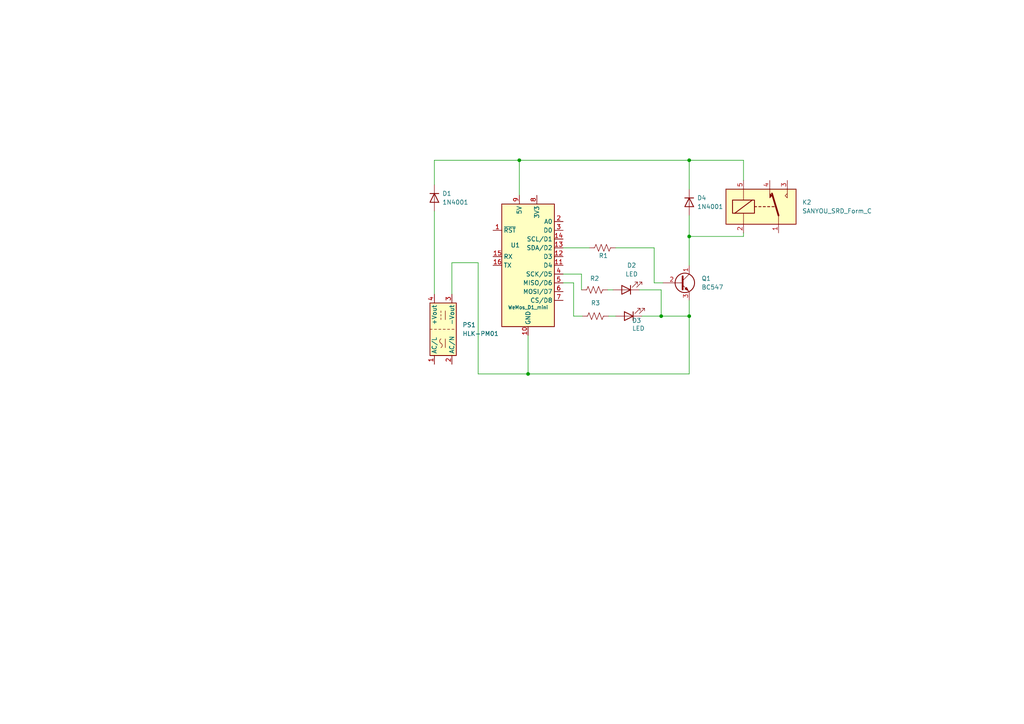
<source format=kicad_sch>
(kicad_sch
	(version 20231120)
	(generator "eeschema")
	(generator_version "8.0")
	(uuid "a0d6dc68-0fb3-4e2b-b746-7f1bfa9ab780")
	(paper "A4")
	(lib_symbols
		(symbol "Converter_ACDC:HLK-PM01"
			(exclude_from_sim no)
			(in_bom yes)
			(on_board yes)
			(property "Reference" "PS"
				(at 0 5.08 0)
				(effects
					(font
						(size 1.27 1.27)
					)
				)
			)
			(property "Value" "HLK-PM01"
				(at 0 -5.08 0)
				(effects
					(font
						(size 1.27 1.27)
					)
				)
			)
			(property "Footprint" "Converter_ACDC:Converter_ACDC_Hi-Link_HLK-PMxx"
				(at 0 -7.62 0)
				(effects
					(font
						(size 1.27 1.27)
					)
					(hide yes)
				)
			)
			(property "Datasheet" "https://h.hlktech.com/download/ACDC%E7%94%B5%E6%BA%90%E6%A8%A1%E5%9D%973W%E7%B3%BB%E5%88%97/1/%E6%B5%B7%E5%87%8C%E7%A7%913W%E7%B3%BB%E5%88%97%E7%94%B5%E6%BA%90%E6%A8%A1%E5%9D%97%E8%A7%84%E6%A0%BC%E4%B9%A6V2.8.pdf"
				(at 10.16 -8.89 0)
				(effects
					(font
						(size 1.27 1.27)
					)
					(hide yes)
				)
			)
			(property "Description" "Compact AC/DC board mount power module 3W 5V"
				(at 0 0 0)
				(effects
					(font
						(size 1.27 1.27)
					)
					(hide yes)
				)
			)
			(property "ki_keywords" "AC/DC module power supply"
				(at 0 0 0)
				(effects
					(font
						(size 1.27 1.27)
					)
					(hide yes)
				)
			)
			(property "ki_fp_filters" "Converter*ACDC*Hi?Link*HLK?PM*"
				(at 0 0 0)
				(effects
					(font
						(size 1.27 1.27)
					)
					(hide yes)
				)
			)
			(symbol "HLK-PM01_0_1"
				(rectangle
					(start -7.62 3.81)
					(end 7.62 -3.81)
					(stroke
						(width 0.254)
						(type default)
					)
					(fill
						(type background)
					)
				)
				(arc
					(start -5.334 0.635)
					(mid -4.699 0.2495)
					(end -4.064 0.635)
					(stroke
						(width 0)
						(type default)
					)
					(fill
						(type none)
					)
				)
				(arc
					(start -2.794 0.635)
					(mid -3.429 1.0072)
					(end -4.064 0.635)
					(stroke
						(width 0)
						(type default)
					)
					(fill
						(type none)
					)
				)
				(polyline
					(pts
						(xy -5.334 -0.635) (xy -2.794 -0.635)
					)
					(stroke
						(width 0)
						(type default)
					)
					(fill
						(type none)
					)
				)
				(polyline
					(pts
						(xy 0 -2.54) (xy 0 -3.175)
					)
					(stroke
						(width 0)
						(type default)
					)
					(fill
						(type none)
					)
				)
				(polyline
					(pts
						(xy 0 -1.27) (xy 0 -1.905)
					)
					(stroke
						(width 0)
						(type default)
					)
					(fill
						(type none)
					)
				)
				(polyline
					(pts
						(xy 0 0) (xy 0 -0.635)
					)
					(stroke
						(width 0)
						(type default)
					)
					(fill
						(type none)
					)
				)
				(polyline
					(pts
						(xy 0 1.27) (xy 0 0.635)
					)
					(stroke
						(width 0)
						(type default)
					)
					(fill
						(type none)
					)
				)
				(polyline
					(pts
						(xy 0 2.54) (xy 0 1.905)
					)
					(stroke
						(width 0)
						(type default)
					)
					(fill
						(type none)
					)
				)
				(polyline
					(pts
						(xy 0 3.81) (xy 0 3.175)
					)
					(stroke
						(width 0)
						(type default)
					)
					(fill
						(type none)
					)
				)
				(polyline
					(pts
						(xy 2.794 -0.635) (xy 5.334 -0.635)
					)
					(stroke
						(width 0)
						(type default)
					)
					(fill
						(type none)
					)
				)
				(polyline
					(pts
						(xy 2.794 0.635) (xy 3.302 0.635)
					)
					(stroke
						(width 0)
						(type default)
					)
					(fill
						(type none)
					)
				)
				(polyline
					(pts
						(xy 3.81 0.635) (xy 4.318 0.635)
					)
					(stroke
						(width 0)
						(type default)
					)
					(fill
						(type none)
					)
				)
				(polyline
					(pts
						(xy 4.826 0.635) (xy 5.334 0.635)
					)
					(stroke
						(width 0)
						(type default)
					)
					(fill
						(type none)
					)
				)
			)
			(symbol "HLK-PM01_1_1"
				(pin power_in line
					(at -10.16 2.54 0)
					(length 2.54)
					(name "AC/L"
						(effects
							(font
								(size 1.27 1.27)
							)
						)
					)
					(number "1"
						(effects
							(font
								(size 1.27 1.27)
							)
						)
					)
				)
				(pin power_in line
					(at -10.16 -2.54 0)
					(length 2.54)
					(name "AC/N"
						(effects
							(font
								(size 1.27 1.27)
							)
						)
					)
					(number "2"
						(effects
							(font
								(size 1.27 1.27)
							)
						)
					)
				)
				(pin power_out line
					(at 10.16 -2.54 180)
					(length 2.54)
					(name "-Vout"
						(effects
							(font
								(size 1.27 1.27)
							)
						)
					)
					(number "3"
						(effects
							(font
								(size 1.27 1.27)
							)
						)
					)
				)
				(pin power_out line
					(at 10.16 2.54 180)
					(length 2.54)
					(name "+Vout"
						(effects
							(font
								(size 1.27 1.27)
							)
						)
					)
					(number "4"
						(effects
							(font
								(size 1.27 1.27)
							)
						)
					)
				)
			)
		)
		(symbol "Device:LED"
			(pin_numbers hide)
			(pin_names
				(offset 1.016) hide)
			(exclude_from_sim no)
			(in_bom yes)
			(on_board yes)
			(property "Reference" "D"
				(at 0 2.54 0)
				(effects
					(font
						(size 1.27 1.27)
					)
				)
			)
			(property "Value" "LED"
				(at 0 -2.54 0)
				(effects
					(font
						(size 1.27 1.27)
					)
				)
			)
			(property "Footprint" ""
				(at 0 0 0)
				(effects
					(font
						(size 1.27 1.27)
					)
					(hide yes)
				)
			)
			(property "Datasheet" "~"
				(at 0 0 0)
				(effects
					(font
						(size 1.27 1.27)
					)
					(hide yes)
				)
			)
			(property "Description" "Light emitting diode"
				(at 0 0 0)
				(effects
					(font
						(size 1.27 1.27)
					)
					(hide yes)
				)
			)
			(property "ki_keywords" "LED diode"
				(at 0 0 0)
				(effects
					(font
						(size 1.27 1.27)
					)
					(hide yes)
				)
			)
			(property "ki_fp_filters" "LED* LED_SMD:* LED_THT:*"
				(at 0 0 0)
				(effects
					(font
						(size 1.27 1.27)
					)
					(hide yes)
				)
			)
			(symbol "LED_0_1"
				(polyline
					(pts
						(xy -1.27 -1.27) (xy -1.27 1.27)
					)
					(stroke
						(width 0.254)
						(type default)
					)
					(fill
						(type none)
					)
				)
				(polyline
					(pts
						(xy -1.27 0) (xy 1.27 0)
					)
					(stroke
						(width 0)
						(type default)
					)
					(fill
						(type none)
					)
				)
				(polyline
					(pts
						(xy 1.27 -1.27) (xy 1.27 1.27) (xy -1.27 0) (xy 1.27 -1.27)
					)
					(stroke
						(width 0.254)
						(type default)
					)
					(fill
						(type none)
					)
				)
				(polyline
					(pts
						(xy -3.048 -0.762) (xy -4.572 -2.286) (xy -3.81 -2.286) (xy -4.572 -2.286) (xy -4.572 -1.524)
					)
					(stroke
						(width 0)
						(type default)
					)
					(fill
						(type none)
					)
				)
				(polyline
					(pts
						(xy -1.778 -0.762) (xy -3.302 -2.286) (xy -2.54 -2.286) (xy -3.302 -2.286) (xy -3.302 -1.524)
					)
					(stroke
						(width 0)
						(type default)
					)
					(fill
						(type none)
					)
				)
			)
			(symbol "LED_1_1"
				(pin passive line
					(at -3.81 0 0)
					(length 2.54)
					(name "K"
						(effects
							(font
								(size 1.27 1.27)
							)
						)
					)
					(number "1"
						(effects
							(font
								(size 1.27 1.27)
							)
						)
					)
				)
				(pin passive line
					(at 3.81 0 180)
					(length 2.54)
					(name "A"
						(effects
							(font
								(size 1.27 1.27)
							)
						)
					)
					(number "2"
						(effects
							(font
								(size 1.27 1.27)
							)
						)
					)
				)
			)
		)
		(symbol "Device:R_US"
			(pin_numbers hide)
			(pin_names
				(offset 0)
			)
			(exclude_from_sim no)
			(in_bom yes)
			(on_board yes)
			(property "Reference" "R"
				(at 2.54 0 90)
				(effects
					(font
						(size 1.27 1.27)
					)
				)
			)
			(property "Value" "R_US"
				(at -2.54 0 90)
				(effects
					(font
						(size 1.27 1.27)
					)
				)
			)
			(property "Footprint" ""
				(at 1.016 -0.254 90)
				(effects
					(font
						(size 1.27 1.27)
					)
					(hide yes)
				)
			)
			(property "Datasheet" "~"
				(at 0 0 0)
				(effects
					(font
						(size 1.27 1.27)
					)
					(hide yes)
				)
			)
			(property "Description" "Resistor, US symbol"
				(at 0 0 0)
				(effects
					(font
						(size 1.27 1.27)
					)
					(hide yes)
				)
			)
			(property "ki_keywords" "R res resistor"
				(at 0 0 0)
				(effects
					(font
						(size 1.27 1.27)
					)
					(hide yes)
				)
			)
			(property "ki_fp_filters" "R_*"
				(at 0 0 0)
				(effects
					(font
						(size 1.27 1.27)
					)
					(hide yes)
				)
			)
			(symbol "R_US_0_1"
				(polyline
					(pts
						(xy 0 -2.286) (xy 0 -2.54)
					)
					(stroke
						(width 0)
						(type default)
					)
					(fill
						(type none)
					)
				)
				(polyline
					(pts
						(xy 0 2.286) (xy 0 2.54)
					)
					(stroke
						(width 0)
						(type default)
					)
					(fill
						(type none)
					)
				)
				(polyline
					(pts
						(xy 0 -0.762) (xy 1.016 -1.143) (xy 0 -1.524) (xy -1.016 -1.905) (xy 0 -2.286)
					)
					(stroke
						(width 0)
						(type default)
					)
					(fill
						(type none)
					)
				)
				(polyline
					(pts
						(xy 0 0.762) (xy 1.016 0.381) (xy 0 0) (xy -1.016 -0.381) (xy 0 -0.762)
					)
					(stroke
						(width 0)
						(type default)
					)
					(fill
						(type none)
					)
				)
				(polyline
					(pts
						(xy 0 2.286) (xy 1.016 1.905) (xy 0 1.524) (xy -1.016 1.143) (xy 0 0.762)
					)
					(stroke
						(width 0)
						(type default)
					)
					(fill
						(type none)
					)
				)
			)
			(symbol "R_US_1_1"
				(pin passive line
					(at 0 3.81 270)
					(length 1.27)
					(name "~"
						(effects
							(font
								(size 1.27 1.27)
							)
						)
					)
					(number "1"
						(effects
							(font
								(size 1.27 1.27)
							)
						)
					)
				)
				(pin passive line
					(at 0 -3.81 90)
					(length 1.27)
					(name "~"
						(effects
							(font
								(size 1.27 1.27)
							)
						)
					)
					(number "2"
						(effects
							(font
								(size 1.27 1.27)
							)
						)
					)
				)
			)
		)
		(symbol "Diode:1N4001"
			(pin_numbers hide)
			(pin_names hide)
			(exclude_from_sim no)
			(in_bom yes)
			(on_board yes)
			(property "Reference" "D"
				(at 0 2.54 0)
				(effects
					(font
						(size 1.27 1.27)
					)
				)
			)
			(property "Value" "1N4001"
				(at 0 -2.54 0)
				(effects
					(font
						(size 1.27 1.27)
					)
				)
			)
			(property "Footprint" "Diode_THT:D_DO-41_SOD81_P10.16mm_Horizontal"
				(at 0 0 0)
				(effects
					(font
						(size 1.27 1.27)
					)
					(hide yes)
				)
			)
			(property "Datasheet" "http://www.vishay.com/docs/88503/1n4001.pdf"
				(at 0 0 0)
				(effects
					(font
						(size 1.27 1.27)
					)
					(hide yes)
				)
			)
			(property "Description" "50V 1A General Purpose Rectifier Diode, DO-41"
				(at 0 0 0)
				(effects
					(font
						(size 1.27 1.27)
					)
					(hide yes)
				)
			)
			(property "Sim.Device" "D"
				(at 0 0 0)
				(effects
					(font
						(size 1.27 1.27)
					)
					(hide yes)
				)
			)
			(property "Sim.Pins" "1=K 2=A"
				(at 0 0 0)
				(effects
					(font
						(size 1.27 1.27)
					)
					(hide yes)
				)
			)
			(property "ki_keywords" "diode"
				(at 0 0 0)
				(effects
					(font
						(size 1.27 1.27)
					)
					(hide yes)
				)
			)
			(property "ki_fp_filters" "D*DO?41*"
				(at 0 0 0)
				(effects
					(font
						(size 1.27 1.27)
					)
					(hide yes)
				)
			)
			(symbol "1N4001_0_1"
				(polyline
					(pts
						(xy -1.27 1.27) (xy -1.27 -1.27)
					)
					(stroke
						(width 0.254)
						(type default)
					)
					(fill
						(type none)
					)
				)
				(polyline
					(pts
						(xy 1.27 0) (xy -1.27 0)
					)
					(stroke
						(width 0)
						(type default)
					)
					(fill
						(type none)
					)
				)
				(polyline
					(pts
						(xy 1.27 1.27) (xy 1.27 -1.27) (xy -1.27 0) (xy 1.27 1.27)
					)
					(stroke
						(width 0.254)
						(type default)
					)
					(fill
						(type none)
					)
				)
			)
			(symbol "1N4001_1_1"
				(pin passive line
					(at -3.81 0 0)
					(length 2.54)
					(name "K"
						(effects
							(font
								(size 1.27 1.27)
							)
						)
					)
					(number "1"
						(effects
							(font
								(size 1.27 1.27)
							)
						)
					)
				)
				(pin passive line
					(at 3.81 0 180)
					(length 2.54)
					(name "A"
						(effects
							(font
								(size 1.27 1.27)
							)
						)
					)
					(number "2"
						(effects
							(font
								(size 1.27 1.27)
							)
						)
					)
				)
			)
		)
		(symbol "MCU_Module:WeMos_D1_mini"
			(exclude_from_sim no)
			(in_bom yes)
			(on_board yes)
			(property "Reference" "U"
				(at 3.81 19.05 0)
				(effects
					(font
						(size 1.27 1.27)
					)
					(justify left)
				)
			)
			(property "Value" "WeMos_D1_mini"
				(at 1.27 -19.05 0)
				(effects
					(font
						(size 1.27 1.27)
					)
					(justify left)
				)
			)
			(property "Footprint" "Module:WEMOS_D1_mini_light"
				(at 0 -29.21 0)
				(effects
					(font
						(size 1.27 1.27)
					)
					(hide yes)
				)
			)
			(property "Datasheet" "https://wiki.wemos.cc/products:d1:d1_mini#documentation"
				(at -46.99 -29.21 0)
				(effects
					(font
						(size 1.27 1.27)
					)
					(hide yes)
				)
			)
			(property "Description" "32-bit microcontroller module with WiFi"
				(at 0 0 0)
				(effects
					(font
						(size 1.27 1.27)
					)
					(hide yes)
				)
			)
			(property "ki_keywords" "ESP8266 WiFi microcontroller ESP8266EX"
				(at 0 0 0)
				(effects
					(font
						(size 1.27 1.27)
					)
					(hide yes)
				)
			)
			(property "ki_fp_filters" "WEMOS*D1*mini*"
				(at 0 0 0)
				(effects
					(font
						(size 1.27 1.27)
					)
					(hide yes)
				)
			)
			(symbol "WeMos_D1_mini_1_1"
				(rectangle
					(start -7.62 17.78)
					(end 7.62 -17.78)
					(stroke
						(width 0.254)
						(type default)
					)
					(fill
						(type background)
					)
				)
				(pin input line
					(at -10.16 10.16 0)
					(length 2.54)
					(name "~{RST}"
						(effects
							(font
								(size 1.27 1.27)
							)
						)
					)
					(number "1"
						(effects
							(font
								(size 1.27 1.27)
							)
						)
					)
				)
				(pin power_in line
					(at 0 -20.32 90)
					(length 2.54)
					(name "GND"
						(effects
							(font
								(size 1.27 1.27)
							)
						)
					)
					(number "10"
						(effects
							(font
								(size 1.27 1.27)
							)
						)
					)
				)
				(pin bidirectional line
					(at 10.16 0 180)
					(length 2.54)
					(name "D4"
						(effects
							(font
								(size 1.27 1.27)
							)
						)
					)
					(number "11"
						(effects
							(font
								(size 1.27 1.27)
							)
						)
					)
				)
				(pin bidirectional line
					(at 10.16 2.54 180)
					(length 2.54)
					(name "D3"
						(effects
							(font
								(size 1.27 1.27)
							)
						)
					)
					(number "12"
						(effects
							(font
								(size 1.27 1.27)
							)
						)
					)
				)
				(pin bidirectional line
					(at 10.16 5.08 180)
					(length 2.54)
					(name "SDA/D2"
						(effects
							(font
								(size 1.27 1.27)
							)
						)
					)
					(number "13"
						(effects
							(font
								(size 1.27 1.27)
							)
						)
					)
				)
				(pin bidirectional line
					(at 10.16 7.62 180)
					(length 2.54)
					(name "SCL/D1"
						(effects
							(font
								(size 1.27 1.27)
							)
						)
					)
					(number "14"
						(effects
							(font
								(size 1.27 1.27)
							)
						)
					)
				)
				(pin input line
					(at -10.16 2.54 0)
					(length 2.54)
					(name "RX"
						(effects
							(font
								(size 1.27 1.27)
							)
						)
					)
					(number "15"
						(effects
							(font
								(size 1.27 1.27)
							)
						)
					)
				)
				(pin output line
					(at -10.16 0 0)
					(length 2.54)
					(name "TX"
						(effects
							(font
								(size 1.27 1.27)
							)
						)
					)
					(number "16"
						(effects
							(font
								(size 1.27 1.27)
							)
						)
					)
				)
				(pin input line
					(at 10.16 12.7 180)
					(length 2.54)
					(name "A0"
						(effects
							(font
								(size 1.27 1.27)
							)
						)
					)
					(number "2"
						(effects
							(font
								(size 1.27 1.27)
							)
						)
					)
				)
				(pin bidirectional line
					(at 10.16 10.16 180)
					(length 2.54)
					(name "D0"
						(effects
							(font
								(size 1.27 1.27)
							)
						)
					)
					(number "3"
						(effects
							(font
								(size 1.27 1.27)
							)
						)
					)
				)
				(pin bidirectional line
					(at 10.16 -2.54 180)
					(length 2.54)
					(name "SCK/D5"
						(effects
							(font
								(size 1.27 1.27)
							)
						)
					)
					(number "4"
						(effects
							(font
								(size 1.27 1.27)
							)
						)
					)
				)
				(pin bidirectional line
					(at 10.16 -5.08 180)
					(length 2.54)
					(name "MISO/D6"
						(effects
							(font
								(size 1.27 1.27)
							)
						)
					)
					(number "5"
						(effects
							(font
								(size 1.27 1.27)
							)
						)
					)
				)
				(pin bidirectional line
					(at 10.16 -7.62 180)
					(length 2.54)
					(name "MOSI/D7"
						(effects
							(font
								(size 1.27 1.27)
							)
						)
					)
					(number "6"
						(effects
							(font
								(size 1.27 1.27)
							)
						)
					)
				)
				(pin bidirectional line
					(at 10.16 -10.16 180)
					(length 2.54)
					(name "CS/D8"
						(effects
							(font
								(size 1.27 1.27)
							)
						)
					)
					(number "7"
						(effects
							(font
								(size 1.27 1.27)
							)
						)
					)
				)
				(pin power_out line
					(at 2.54 20.32 270)
					(length 2.54)
					(name "3V3"
						(effects
							(font
								(size 1.27 1.27)
							)
						)
					)
					(number "8"
						(effects
							(font
								(size 1.27 1.27)
							)
						)
					)
				)
				(pin power_in line
					(at -2.54 20.32 270)
					(length 2.54)
					(name "5V"
						(effects
							(font
								(size 1.27 1.27)
							)
						)
					)
					(number "9"
						(effects
							(font
								(size 1.27 1.27)
							)
						)
					)
				)
			)
		)
		(symbol "Relay:SANYOU_SRD_Form_C"
			(exclude_from_sim no)
			(in_bom yes)
			(on_board yes)
			(property "Reference" "K"
				(at 11.43 3.81 0)
				(effects
					(font
						(size 1.27 1.27)
					)
					(justify left)
				)
			)
			(property "Value" "SANYOU_SRD_Form_C"
				(at 11.43 1.27 0)
				(effects
					(font
						(size 1.27 1.27)
					)
					(justify left)
				)
			)
			(property "Footprint" "Relay_THT:Relay_SPDT_SANYOU_SRD_Series_Form_C"
				(at 11.43 -1.27 0)
				(effects
					(font
						(size 1.27 1.27)
					)
					(justify left)
					(hide yes)
				)
			)
			(property "Datasheet" "http://www.sanyourelay.ca/public/products/pdf/SRD.pdf"
				(at 0 0 0)
				(effects
					(font
						(size 1.27 1.27)
					)
					(hide yes)
				)
			)
			(property "Description" "Sanyo SRD relay, Single Pole Miniature Power Relay,"
				(at 0 0 0)
				(effects
					(font
						(size 1.27 1.27)
					)
					(hide yes)
				)
			)
			(property "ki_keywords" "Single Pole Relay SPDT"
				(at 0 0 0)
				(effects
					(font
						(size 1.27 1.27)
					)
					(hide yes)
				)
			)
			(property "ki_fp_filters" "Relay*SPDT*SANYOU*SRD*Series*Form*C*"
				(at 0 0 0)
				(effects
					(font
						(size 1.27 1.27)
					)
					(hide yes)
				)
			)
			(symbol "SANYOU_SRD_Form_C_0_0"
				(polyline
					(pts
						(xy 7.62 5.08) (xy 7.62 2.54) (xy 6.985 3.175) (xy 7.62 3.81)
					)
					(stroke
						(width 0)
						(type default)
					)
					(fill
						(type none)
					)
				)
			)
			(symbol "SANYOU_SRD_Form_C_0_1"
				(rectangle
					(start -10.16 5.08)
					(end 10.16 -5.08)
					(stroke
						(width 0.254)
						(type default)
					)
					(fill
						(type background)
					)
				)
				(rectangle
					(start -8.255 1.905)
					(end -1.905 -1.905)
					(stroke
						(width 0.254)
						(type default)
					)
					(fill
						(type none)
					)
				)
				(polyline
					(pts
						(xy -7.62 -1.905) (xy -2.54 1.905)
					)
					(stroke
						(width 0.254)
						(type default)
					)
					(fill
						(type none)
					)
				)
				(polyline
					(pts
						(xy -5.08 -5.08) (xy -5.08 -1.905)
					)
					(stroke
						(width 0)
						(type default)
					)
					(fill
						(type none)
					)
				)
				(polyline
					(pts
						(xy -5.08 5.08) (xy -5.08 1.905)
					)
					(stroke
						(width 0)
						(type default)
					)
					(fill
						(type none)
					)
				)
				(polyline
					(pts
						(xy -1.905 0) (xy -1.27 0)
					)
					(stroke
						(width 0.254)
						(type default)
					)
					(fill
						(type none)
					)
				)
				(polyline
					(pts
						(xy -0.635 0) (xy 0 0)
					)
					(stroke
						(width 0.254)
						(type default)
					)
					(fill
						(type none)
					)
				)
				(polyline
					(pts
						(xy 0.635 0) (xy 1.27 0)
					)
					(stroke
						(width 0.254)
						(type default)
					)
					(fill
						(type none)
					)
				)
				(polyline
					(pts
						(xy 1.905 0) (xy 2.54 0)
					)
					(stroke
						(width 0.254)
						(type default)
					)
					(fill
						(type none)
					)
				)
				(polyline
					(pts
						(xy 3.175 0) (xy 3.81 0)
					)
					(stroke
						(width 0.254)
						(type default)
					)
					(fill
						(type none)
					)
				)
				(polyline
					(pts
						(xy 5.08 -2.54) (xy 3.175 3.81)
					)
					(stroke
						(width 0.508)
						(type default)
					)
					(fill
						(type none)
					)
				)
				(polyline
					(pts
						(xy 5.08 -2.54) (xy 5.08 -5.08)
					)
					(stroke
						(width 0)
						(type default)
					)
					(fill
						(type none)
					)
				)
			)
			(symbol "SANYOU_SRD_Form_C_1_1"
				(polyline
					(pts
						(xy 2.54 3.81) (xy 3.175 3.175) (xy 2.54 2.54) (xy 2.54 5.08)
					)
					(stroke
						(width 0)
						(type default)
					)
					(fill
						(type outline)
					)
				)
				(pin passive line
					(at 5.08 -7.62 90)
					(length 2.54)
					(name "~"
						(effects
							(font
								(size 1.27 1.27)
							)
						)
					)
					(number "1"
						(effects
							(font
								(size 1.27 1.27)
							)
						)
					)
				)
				(pin passive line
					(at -5.08 -7.62 90)
					(length 2.54)
					(name "~"
						(effects
							(font
								(size 1.27 1.27)
							)
						)
					)
					(number "2"
						(effects
							(font
								(size 1.27 1.27)
							)
						)
					)
				)
				(pin passive line
					(at 7.62 7.62 270)
					(length 2.54)
					(name "~"
						(effects
							(font
								(size 1.27 1.27)
							)
						)
					)
					(number "3"
						(effects
							(font
								(size 1.27 1.27)
							)
						)
					)
				)
				(pin passive line
					(at 2.54 7.62 270)
					(length 2.54)
					(name "~"
						(effects
							(font
								(size 1.27 1.27)
							)
						)
					)
					(number "4"
						(effects
							(font
								(size 1.27 1.27)
							)
						)
					)
				)
				(pin passive line
					(at -5.08 7.62 270)
					(length 2.54)
					(name "~"
						(effects
							(font
								(size 1.27 1.27)
							)
						)
					)
					(number "5"
						(effects
							(font
								(size 1.27 1.27)
							)
						)
					)
				)
			)
		)
		(symbol "Transistor_BJT:BC547"
			(pin_names
				(offset 0) hide)
			(exclude_from_sim no)
			(in_bom yes)
			(on_board yes)
			(property "Reference" "Q"
				(at 5.08 1.905 0)
				(effects
					(font
						(size 1.27 1.27)
					)
					(justify left)
				)
			)
			(property "Value" "BC547"
				(at 5.08 0 0)
				(effects
					(font
						(size 1.27 1.27)
					)
					(justify left)
				)
			)
			(property "Footprint" "Package_TO_SOT_THT:TO-92_Inline"
				(at 5.08 -1.905 0)
				(effects
					(font
						(size 1.27 1.27)
						(italic yes)
					)
					(justify left)
					(hide yes)
				)
			)
			(property "Datasheet" "https://www.onsemi.com/pub/Collateral/BC550-D.pdf"
				(at 0 0 0)
				(effects
					(font
						(size 1.27 1.27)
					)
					(justify left)
					(hide yes)
				)
			)
			(property "Description" "0.1A Ic, 45V Vce, Small Signal NPN Transistor, TO-92"
				(at 0 0 0)
				(effects
					(font
						(size 1.27 1.27)
					)
					(hide yes)
				)
			)
			(property "ki_keywords" "NPN Transistor"
				(at 0 0 0)
				(effects
					(font
						(size 1.27 1.27)
					)
					(hide yes)
				)
			)
			(property "ki_fp_filters" "TO?92*"
				(at 0 0 0)
				(effects
					(font
						(size 1.27 1.27)
					)
					(hide yes)
				)
			)
			(symbol "BC547_0_1"
				(polyline
					(pts
						(xy 0 0) (xy 0.635 0)
					)
					(stroke
						(width 0)
						(type default)
					)
					(fill
						(type none)
					)
				)
				(polyline
					(pts
						(xy 0.635 0.635) (xy 2.54 2.54)
					)
					(stroke
						(width 0)
						(type default)
					)
					(fill
						(type none)
					)
				)
				(polyline
					(pts
						(xy 0.635 -0.635) (xy 2.54 -2.54) (xy 2.54 -2.54)
					)
					(stroke
						(width 0)
						(type default)
					)
					(fill
						(type none)
					)
				)
				(polyline
					(pts
						(xy 0.635 1.905) (xy 0.635 -1.905) (xy 0.635 -1.905)
					)
					(stroke
						(width 0.508)
						(type default)
					)
					(fill
						(type none)
					)
				)
				(polyline
					(pts
						(xy 1.27 -1.778) (xy 1.778 -1.27) (xy 2.286 -2.286) (xy 1.27 -1.778) (xy 1.27 -1.778)
					)
					(stroke
						(width 0)
						(type default)
					)
					(fill
						(type outline)
					)
				)
				(circle
					(center 1.27 0)
					(radius 2.8194)
					(stroke
						(width 0.254)
						(type default)
					)
					(fill
						(type none)
					)
				)
			)
			(symbol "BC547_1_1"
				(pin passive line
					(at 2.54 5.08 270)
					(length 2.54)
					(name "C"
						(effects
							(font
								(size 1.27 1.27)
							)
						)
					)
					(number "1"
						(effects
							(font
								(size 1.27 1.27)
							)
						)
					)
				)
				(pin input line
					(at -5.08 0 0)
					(length 5.08)
					(name "B"
						(effects
							(font
								(size 1.27 1.27)
							)
						)
					)
					(number "2"
						(effects
							(font
								(size 1.27 1.27)
							)
						)
					)
				)
				(pin passive line
					(at 2.54 -5.08 90)
					(length 2.54)
					(name "E"
						(effects
							(font
								(size 1.27 1.27)
							)
						)
					)
					(number "3"
						(effects
							(font
								(size 1.27 1.27)
							)
						)
					)
				)
			)
		)
	)
	(junction
		(at 153.162 108.458)
		(diameter 0)
		(color 0 0 0 0)
		(uuid "0af7f25c-61da-4ac6-b9cd-827144b0cd39")
	)
	(junction
		(at 199.898 46.482)
		(diameter 0)
		(color 0 0 0 0)
		(uuid "51cf2117-eac4-4b46-af37-a83a78c9f527")
	)
	(junction
		(at 150.622 46.482)
		(diameter 0)
		(color 0 0 0 0)
		(uuid "9cadae35-be48-41df-8f7a-95b2921be199")
	)
	(junction
		(at 191.77 91.694)
		(diameter 0)
		(color 0 0 0 0)
		(uuid "ac61317e-9c79-40c0-8a70-134a8b1f94c0")
	)
	(junction
		(at 199.898 68.58)
		(diameter 0)
		(color 0 0 0 0)
		(uuid "bb1d47fe-b27d-428a-b648-9fa310fc6acd")
	)
	(junction
		(at 199.898 91.694)
		(diameter 0)
		(color 0 0 0 0)
		(uuid "efadfb5d-148b-4c75-80bd-fe75c8f8927e")
	)
	(wire
		(pts
			(xy 178.562 71.882) (xy 189.738 71.882)
		)
		(stroke
			(width 0)
			(type default)
		)
		(uuid "0aaa5ac5-f2f3-4b01-a2bc-8de8c08ba638")
	)
	(wire
		(pts
			(xy 150.622 46.482) (xy 150.622 56.642)
		)
		(stroke
			(width 0)
			(type default)
		)
		(uuid "0bb766af-3936-498d-8317-40e5141ff530")
	)
	(wire
		(pts
			(xy 153.162 97.282) (xy 153.162 108.458)
		)
		(stroke
			(width 0)
			(type default)
		)
		(uuid "1bd45933-2df9-4e49-a06d-a9e282573501")
	)
	(wire
		(pts
			(xy 189.738 71.882) (xy 189.738 82.042)
		)
		(stroke
			(width 0)
			(type default)
		)
		(uuid "2024e7c8-5093-491f-a9ed-1df62d325540")
	)
	(wire
		(pts
			(xy 166.37 91.694) (xy 168.91 91.694)
		)
		(stroke
			(width 0)
			(type default)
		)
		(uuid "2e882c89-e9df-4f11-8f29-ffacef250664")
	)
	(wire
		(pts
			(xy 199.898 68.58) (xy 215.646 68.58)
		)
		(stroke
			(width 0)
			(type default)
		)
		(uuid "3746ec4b-fedb-4123-b791-3aa4114cc3d6")
	)
	(wire
		(pts
			(xy 150.622 46.482) (xy 199.898 46.482)
		)
		(stroke
			(width 0)
			(type default)
		)
		(uuid "3d869e95-3520-46f5-87e3-94c7b2328462")
	)
	(wire
		(pts
			(xy 163.322 71.882) (xy 170.942 71.882)
		)
		(stroke
			(width 0)
			(type default)
		)
		(uuid "3dc284b3-d11d-4e8d-aa2b-bc1336e8a6ea")
	)
	(wire
		(pts
			(xy 186.182 91.694) (xy 191.77 91.694)
		)
		(stroke
			(width 0)
			(type default)
		)
		(uuid "3efc047c-f5d3-44be-9fb3-073c6053b85c")
	)
	(wire
		(pts
			(xy 199.898 87.122) (xy 199.898 91.694)
		)
		(stroke
			(width 0)
			(type default)
		)
		(uuid "53ca8d93-bbbb-471c-8fc1-29abf8165406")
	)
	(wire
		(pts
			(xy 199.898 91.694) (xy 199.898 108.458)
		)
		(stroke
			(width 0)
			(type default)
		)
		(uuid "5d1acef4-52c7-4bef-af5f-cfb2425ba838")
	)
	(wire
		(pts
			(xy 166.37 82.042) (xy 166.37 91.694)
		)
		(stroke
			(width 0)
			(type default)
		)
		(uuid "6452acf8-df3d-4cbd-858e-d798bb66cffa")
	)
	(wire
		(pts
			(xy 199.898 46.482) (xy 199.898 54.864)
		)
		(stroke
			(width 0)
			(type default)
		)
		(uuid "6d0369a0-9b28-44e2-bd7f-718177605513")
	)
	(wire
		(pts
			(xy 125.984 53.594) (xy 125.984 46.482)
		)
		(stroke
			(width 0)
			(type default)
		)
		(uuid "78a66eda-c83b-41b4-839e-d2e1af9dbaeb")
	)
	(wire
		(pts
			(xy 199.898 62.484) (xy 199.898 68.58)
		)
		(stroke
			(width 0)
			(type default)
		)
		(uuid "79fc6a23-18bd-42cb-b468-28f20b2886cd")
	)
	(wire
		(pts
			(xy 125.984 61.214) (xy 125.984 85.344)
		)
		(stroke
			(width 0)
			(type default)
		)
		(uuid "8c386d2e-e0eb-4b29-83aa-ab4f478b938a")
	)
	(wire
		(pts
			(xy 176.53 91.694) (xy 178.562 91.694)
		)
		(stroke
			(width 0)
			(type default)
		)
		(uuid "91f29b32-f9b5-464d-87ec-9cb93fc5c7ba")
	)
	(wire
		(pts
			(xy 176.276 84.074) (xy 177.8 84.074)
		)
		(stroke
			(width 0)
			(type default)
		)
		(uuid "96203fa8-54df-4f5e-b0f4-aabea8a57c28")
	)
	(wire
		(pts
			(xy 153.162 108.458) (xy 199.898 108.458)
		)
		(stroke
			(width 0)
			(type default)
		)
		(uuid "98a04421-0812-4a27-b754-e72e8f022c3c")
	)
	(wire
		(pts
			(xy 163.322 82.042) (xy 166.37 82.042)
		)
		(stroke
			(width 0)
			(type default)
		)
		(uuid "9aaa81f6-84bd-4a44-996e-45bdcb1a30b2")
	)
	(wire
		(pts
			(xy 125.984 46.482) (xy 150.622 46.482)
		)
		(stroke
			(width 0)
			(type default)
		)
		(uuid "9ba8eb76-c0ea-4356-9b95-b3cc6038d134")
	)
	(wire
		(pts
			(xy 131.064 76.2) (xy 131.064 85.344)
		)
		(stroke
			(width 0)
			(type default)
		)
		(uuid "a9b1bbaf-d478-48bb-975c-a3ef4ff244ca")
	)
	(wire
		(pts
			(xy 215.646 46.482) (xy 199.898 46.482)
		)
		(stroke
			(width 0)
			(type default)
		)
		(uuid "acfa47f4-0dfa-4ca2-93de-2afb63deb2f7")
	)
	(wire
		(pts
			(xy 189.738 82.042) (xy 192.278 82.042)
		)
		(stroke
			(width 0)
			(type default)
		)
		(uuid "ad998a24-a8db-43fc-abaa-e9bfaf2ff55f")
	)
	(wire
		(pts
			(xy 138.684 108.458) (xy 138.684 76.2)
		)
		(stroke
			(width 0)
			(type default)
		)
		(uuid "ad9bb7fb-4745-49ea-882d-7759619aac63")
	)
	(wire
		(pts
			(xy 163.322 79.502) (xy 168.656 79.502)
		)
		(stroke
			(width 0)
			(type default)
		)
		(uuid "b907dd15-1ea9-4118-a23e-71f28fca0a18")
	)
	(wire
		(pts
			(xy 191.77 91.694) (xy 199.898 91.694)
		)
		(stroke
			(width 0)
			(type default)
		)
		(uuid "bc7eefb6-07f6-4981-afa8-33406380b317")
	)
	(wire
		(pts
			(xy 138.684 76.2) (xy 131.064 76.2)
		)
		(stroke
			(width 0)
			(type default)
		)
		(uuid "bf02a8d7-ffeb-4e86-80ec-1f3a37b8b48d")
	)
	(wire
		(pts
			(xy 153.162 108.458) (xy 138.684 108.458)
		)
		(stroke
			(width 0)
			(type default)
		)
		(uuid "c306fd08-888b-4de0-917e-bcd7f72ff936")
	)
	(wire
		(pts
			(xy 215.646 67.564) (xy 215.646 68.58)
		)
		(stroke
			(width 0)
			(type default)
		)
		(uuid "c657e3fc-4180-472d-bdef-59dd8ab7aa5a")
	)
	(wire
		(pts
			(xy 191.77 84.074) (xy 191.77 91.694)
		)
		(stroke
			(width 0)
			(type default)
		)
		(uuid "d53fc27b-57b5-431f-b05e-2a3ad9da8d36")
	)
	(wire
		(pts
			(xy 199.898 68.58) (xy 199.898 76.962)
		)
		(stroke
			(width 0)
			(type default)
		)
		(uuid "d5860192-ba98-4eb5-adf7-30a82201dddf")
	)
	(wire
		(pts
			(xy 215.646 52.324) (xy 215.646 46.482)
		)
		(stroke
			(width 0)
			(type default)
		)
		(uuid "d7414fb3-68e4-4cd8-95fd-5fabff0086c5")
	)
	(wire
		(pts
			(xy 185.42 84.074) (xy 191.77 84.074)
		)
		(stroke
			(width 0)
			(type default)
		)
		(uuid "d7cd7d01-cd8f-407e-b0f3-52b65466738e")
	)
	(wire
		(pts
			(xy 168.656 79.502) (xy 168.656 84.074)
		)
		(stroke
			(width 0)
			(type default)
		)
		(uuid "eefa78e3-dc3d-42d0-9006-4ae5d87cea3b")
	)
	(symbol
		(lib_id "Diode:1N4001")
		(at 125.984 57.404 270)
		(unit 1)
		(exclude_from_sim no)
		(in_bom yes)
		(on_board yes)
		(dnp no)
		(fields_autoplaced yes)
		(uuid "21d1fc25-ead7-4c1e-a734-c00bde67d7e1")
		(property "Reference" "D1"
			(at 128.27 56.1339 90)
			(effects
				(font
					(size 1.27 1.27)
				)
				(justify left)
			)
		)
		(property "Value" "1N4001"
			(at 128.27 58.6739 90)
			(effects
				(font
					(size 1.27 1.27)
				)
				(justify left)
			)
		)
		(property "Footprint" "Diode_THT:D_DO-41_SOD81_P10.16mm_Horizontal"
			(at 125.984 57.404 0)
			(effects
				(font
					(size 1.27 1.27)
				)
				(hide yes)
			)
		)
		(property "Datasheet" "http://www.vishay.com/docs/88503/1n4001.pdf"
			(at 125.984 57.404 0)
			(effects
				(font
					(size 1.27 1.27)
				)
				(hide yes)
			)
		)
		(property "Description" "50V 1A General Purpose Rectifier Diode, DO-41"
			(at 125.984 57.404 0)
			(effects
				(font
					(size 1.27 1.27)
				)
				(hide yes)
			)
		)
		(property "Sim.Device" "D"
			(at 125.984 57.404 0)
			(effects
				(font
					(size 1.27 1.27)
				)
				(hide yes)
			)
		)
		(property "Sim.Pins" "1=K 2=A"
			(at 125.984 57.404 0)
			(effects
				(font
					(size 1.27 1.27)
				)
				(hide yes)
			)
		)
		(pin "1"
			(uuid "9cd92244-a08e-4663-8adb-72ce9a427349")
		)
		(pin "2"
			(uuid "2a2bbdbf-21f3-4b14-8fa5-066dcc83ee7d")
		)
		(instances
			(project "IoT_ESP_switch_relay"
				(path "/a0d6dc68-0fb3-4e2b-b746-7f1bfa9ab780"
					(reference "D1")
					(unit 1)
				)
			)
		)
	)
	(symbol
		(lib_id "Diode:1N4001")
		(at 199.898 58.674 270)
		(unit 1)
		(exclude_from_sim no)
		(in_bom yes)
		(on_board yes)
		(dnp no)
		(fields_autoplaced yes)
		(uuid "2575b75b-49a4-4ba0-94a5-c24d56e24f12")
		(property "Reference" "D4"
			(at 202.184 57.4039 90)
			(effects
				(font
					(size 1.27 1.27)
				)
				(justify left)
			)
		)
		(property "Value" "1N4001"
			(at 202.184 59.9439 90)
			(effects
				(font
					(size 1.27 1.27)
				)
				(justify left)
			)
		)
		(property "Footprint" "Diode_THT:D_DO-41_SOD81_P10.16mm_Horizontal"
			(at 199.898 58.674 0)
			(effects
				(font
					(size 1.27 1.27)
				)
				(hide yes)
			)
		)
		(property "Datasheet" "http://www.vishay.com/docs/88503/1n4001.pdf"
			(at 199.898 58.674 0)
			(effects
				(font
					(size 1.27 1.27)
				)
				(hide yes)
			)
		)
		(property "Description" "50V 1A General Purpose Rectifier Diode, DO-41"
			(at 199.898 58.674 0)
			(effects
				(font
					(size 1.27 1.27)
				)
				(hide yes)
			)
		)
		(property "Sim.Device" "D"
			(at 199.898 58.674 0)
			(effects
				(font
					(size 1.27 1.27)
				)
				(hide yes)
			)
		)
		(property "Sim.Pins" "1=K 2=A"
			(at 199.898 58.674 0)
			(effects
				(font
					(size 1.27 1.27)
				)
				(hide yes)
			)
		)
		(pin "1"
			(uuid "ae71258e-c388-4e6a-b00e-883938d24a69")
		)
		(pin "2"
			(uuid "f7997a9c-ec44-4620-bbf6-20d4097382a8")
		)
		(instances
			(project "IoT_ESP_switch_relay"
				(path "/a0d6dc68-0fb3-4e2b-b746-7f1bfa9ab780"
					(reference "D4")
					(unit 1)
				)
			)
		)
	)
	(symbol
		(lib_id "Transistor_BJT:BC547")
		(at 197.358 82.042 0)
		(unit 1)
		(exclude_from_sim no)
		(in_bom yes)
		(on_board yes)
		(dnp no)
		(fields_autoplaced yes)
		(uuid "2b7c23f6-18b8-4087-acbc-c2f815ae124d")
		(property "Reference" "Q1"
			(at 203.454 80.7719 0)
			(effects
				(font
					(size 1.27 1.27)
				)
				(justify left)
			)
		)
		(property "Value" "BC547"
			(at 203.454 83.3119 0)
			(effects
				(font
					(size 1.27 1.27)
				)
				(justify left)
			)
		)
		(property "Footprint" "Package_TO_SOT_THT:TO-92_Inline"
			(at 202.438 83.947 0)
			(effects
				(font
					(size 1.27 1.27)
					(italic yes)
				)
				(justify left)
				(hide yes)
			)
		)
		(property "Datasheet" "https://www.onsemi.com/pub/Collateral/BC550-D.pdf"
			(at 197.358 82.042 0)
			(effects
				(font
					(size 1.27 1.27)
				)
				(justify left)
				(hide yes)
			)
		)
		(property "Description" "0.1A Ic, 45V Vce, Small Signal NPN Transistor, TO-92"
			(at 197.358 82.042 0)
			(effects
				(font
					(size 1.27 1.27)
				)
				(hide yes)
			)
		)
		(pin "2"
			(uuid "076d61fe-d31a-43de-876a-f369422ec309")
		)
		(pin "3"
			(uuid "1150505d-c256-431b-93a2-d3e0626e774d")
		)
		(pin "1"
			(uuid "6064c777-3757-4044-bb17-12d6cf3a3ba6")
		)
		(instances
			(project "IoT_ESP_switch_relay"
				(path "/a0d6dc68-0fb3-4e2b-b746-7f1bfa9ab780"
					(reference "Q1")
					(unit 1)
				)
			)
		)
	)
	(symbol
		(lib_id "Device:LED")
		(at 181.61 84.074 180)
		(unit 1)
		(exclude_from_sim no)
		(in_bom yes)
		(on_board yes)
		(dnp no)
		(fields_autoplaced yes)
		(uuid "2ca8202a-4df7-40e4-a2fe-55f7097c40e1")
		(property "Reference" "D2"
			(at 183.1975 76.962 0)
			(effects
				(font
					(size 1.27 1.27)
				)
			)
		)
		(property "Value" "LED"
			(at 183.1975 79.502 0)
			(effects
				(font
					(size 1.27 1.27)
				)
			)
		)
		(property "Footprint" ""
			(at 181.61 84.074 0)
			(effects
				(font
					(size 1.27 1.27)
				)
				(hide yes)
			)
		)
		(property "Datasheet" "~"
			(at 181.61 84.074 0)
			(effects
				(font
					(size 1.27 1.27)
				)
				(hide yes)
			)
		)
		(property "Description" "Light emitting diode"
			(at 181.61 84.074 0)
			(effects
				(font
					(size 1.27 1.27)
				)
				(hide yes)
			)
		)
		(pin "2"
			(uuid "20280fcc-5b62-42d3-bd83-eb8310a6afe2")
		)
		(pin "1"
			(uuid "e2ed0a18-7933-41f5-a330-a1690e292c91")
		)
		(instances
			(project "IoT_ESP_switch_relay"
				(path "/a0d6dc68-0fb3-4e2b-b746-7f1bfa9ab780"
					(reference "D2")
					(unit 1)
				)
			)
		)
	)
	(symbol
		(lib_id "Device:R_US")
		(at 172.72 91.694 90)
		(unit 1)
		(exclude_from_sim no)
		(in_bom yes)
		(on_board yes)
		(dnp no)
		(uuid "48a7f086-41d9-4c92-b726-374d30b4c8bf")
		(property "Reference" "R3"
			(at 172.72 87.884 90)
			(effects
				(font
					(size 1.27 1.27)
				)
			)
		)
		(property "Value" "R_US"
			(at 172.72 88.392 90)
			(effects
				(font
					(size 1.27 1.27)
				)
				(hide yes)
			)
		)
		(property "Footprint" ""
			(at 172.974 90.678 90)
			(effects
				(font
					(size 1.27 1.27)
				)
				(hide yes)
			)
		)
		(property "Datasheet" "~"
			(at 172.72 91.694 0)
			(effects
				(font
					(size 1.27 1.27)
				)
				(hide yes)
			)
		)
		(property "Description" "Resistor, US symbol"
			(at 172.72 91.694 0)
			(effects
				(font
					(size 1.27 1.27)
				)
				(hide yes)
			)
		)
		(pin "2"
			(uuid "ca8b4663-3cdb-4aff-9ef9-550ac12b74c1")
		)
		(pin "1"
			(uuid "f63f6e28-ed93-4a67-a922-d85c1e3a9a0f")
		)
		(instances
			(project "IoT_ESP_switch_relay"
				(path "/a0d6dc68-0fb3-4e2b-b746-7f1bfa9ab780"
					(reference "R3")
					(unit 1)
				)
			)
		)
	)
	(symbol
		(lib_id "Relay:SANYOU_SRD_Form_C")
		(at 220.726 59.944 0)
		(unit 1)
		(exclude_from_sim no)
		(in_bom yes)
		(on_board yes)
		(dnp no)
		(fields_autoplaced yes)
		(uuid "62665a65-7bed-44d0-bb5b-a6dbf24c169d")
		(property "Reference" "K2"
			(at 232.664 58.6739 0)
			(effects
				(font
					(size 1.27 1.27)
				)
				(justify left)
			)
		)
		(property "Value" "SANYOU_SRD_Form_C"
			(at 232.664 61.2139 0)
			(effects
				(font
					(size 1.27 1.27)
				)
				(justify left)
			)
		)
		(property "Footprint" "Relay_THT:Relay_SPDT_SANYOU_SRD_Series_Form_C"
			(at 232.156 61.214 0)
			(effects
				(font
					(size 1.27 1.27)
				)
				(justify left)
				(hide yes)
			)
		)
		(property "Datasheet" "http://www.sanyourelay.ca/public/products/pdf/SRD.pdf"
			(at 220.726 59.944 0)
			(effects
				(font
					(size 1.27 1.27)
				)
				(hide yes)
			)
		)
		(property "Description" "Sanyo SRD relay, Single Pole Miniature Power Relay,"
			(at 220.726 59.944 0)
			(effects
				(font
					(size 1.27 1.27)
				)
				(hide yes)
			)
		)
		(pin "4"
			(uuid "5d2f7374-e89e-47fb-a0e2-caa7f695fca7")
		)
		(pin "5"
			(uuid "7718c249-e55b-407c-b443-716c40aeaa4e")
		)
		(pin "1"
			(uuid "030b9ee4-aaef-4183-9d4f-547d7aa9c92c")
		)
		(pin "3"
			(uuid "6ce037b6-351b-4de4-ae00-132d0200f3e4")
		)
		(pin "2"
			(uuid "74b05985-4dea-45f3-ab80-6f587194df7a")
		)
		(instances
			(project "IoT_ESP_switch_relay"
				(path "/a0d6dc68-0fb3-4e2b-b746-7f1bfa9ab780"
					(reference "K2")
					(unit 1)
				)
			)
		)
	)
	(symbol
		(lib_id "Device:R_US")
		(at 172.466 84.074 90)
		(unit 1)
		(exclude_from_sim no)
		(in_bom yes)
		(on_board yes)
		(dnp no)
		(uuid "77771da3-5d1e-4e2f-903a-0c5c36f81dd5")
		(property "Reference" "R2"
			(at 172.466 80.772 90)
			(effects
				(font
					(size 1.27 1.27)
				)
			)
		)
		(property "Value" "R_US"
			(at 172.466 80.772 90)
			(effects
				(font
					(size 1.27 1.27)
				)
				(hide yes)
			)
		)
		(property "Footprint" ""
			(at 172.72 83.058 90)
			(effects
				(font
					(size 1.27 1.27)
				)
				(hide yes)
			)
		)
		(property "Datasheet" "~"
			(at 172.466 84.074 0)
			(effects
				(font
					(size 1.27 1.27)
				)
				(hide yes)
			)
		)
		(property "Description" "Resistor, US symbol"
			(at 172.466 84.074 0)
			(effects
				(font
					(size 1.27 1.27)
				)
				(hide yes)
			)
		)
		(pin "2"
			(uuid "c36e5a53-1092-433b-9ef6-0fee7d403687")
		)
		(pin "1"
			(uuid "b22aa98d-bc91-48db-be87-d228f6a4a3e7")
		)
		(instances
			(project "IoT_ESP_switch_relay"
				(path "/a0d6dc68-0fb3-4e2b-b746-7f1bfa9ab780"
					(reference "R2")
					(unit 1)
				)
			)
		)
	)
	(symbol
		(lib_id "Device:R_US")
		(at 174.752 71.882 90)
		(unit 1)
		(exclude_from_sim no)
		(in_bom yes)
		(on_board yes)
		(dnp no)
		(uuid "812cdcba-cbbf-48a9-9bcf-39230c37dd70")
		(property "Reference" "R1"
			(at 175.006 74.168 90)
			(effects
				(font
					(size 1.27 1.27)
				)
			)
		)
		(property "Value" "R_US"
			(at 174.752 68.58 90)
			(effects
				(font
					(size 1.27 1.27)
				)
				(hide yes)
			)
		)
		(property "Footprint" ""
			(at 175.006 70.866 90)
			(effects
				(font
					(size 1.27 1.27)
				)
				(hide yes)
			)
		)
		(property "Datasheet" "~"
			(at 174.752 71.882 0)
			(effects
				(font
					(size 1.27 1.27)
				)
				(hide yes)
			)
		)
		(property "Description" "Resistor, US symbol"
			(at 174.752 71.882 0)
			(effects
				(font
					(size 1.27 1.27)
				)
				(hide yes)
			)
		)
		(pin "2"
			(uuid "072e8be5-18a2-4585-ab15-009081cab919")
		)
		(pin "1"
			(uuid "4530b5af-91c5-4e07-8d83-59124ffcafef")
		)
		(instances
			(project "IoT_ESP_switch_relay"
				(path "/a0d6dc68-0fb3-4e2b-b746-7f1bfa9ab780"
					(reference "R1")
					(unit 1)
				)
			)
		)
	)
	(symbol
		(lib_id "Converter_ACDC:HLK-PM01")
		(at 128.524 95.504 90)
		(unit 1)
		(exclude_from_sim no)
		(in_bom yes)
		(on_board yes)
		(dnp no)
		(fields_autoplaced yes)
		(uuid "abdf80b6-cdaa-4fa2-878a-c66ecbec50f1")
		(property "Reference" "PS1"
			(at 134.112 94.2339 90)
			(effects
				(font
					(size 1.27 1.27)
				)
				(justify right)
			)
		)
		(property "Value" "HLK-PM01"
			(at 134.112 96.7739 90)
			(effects
				(font
					(size 1.27 1.27)
				)
				(justify right)
			)
		)
		(property "Footprint" "Converter_ACDC:Converter_ACDC_Hi-Link_HLK-PMxx"
			(at 136.144 95.504 0)
			(effects
				(font
					(size 1.27 1.27)
				)
				(hide yes)
			)
		)
		(property "Datasheet" "https://h.hlktech.com/download/ACDC%E7%94%B5%E6%BA%90%E6%A8%A1%E5%9D%973W%E7%B3%BB%E5%88%97/1/%E6%B5%B7%E5%87%8C%E7%A7%913W%E7%B3%BB%E5%88%97%E7%94%B5%E6%BA%90%E6%A8%A1%E5%9D%97%E8%A7%84%E6%A0%BC%E4%B9%A6V2.8.pdf"
			(at 137.414 85.344 0)
			(effects
				(font
					(size 1.27 1.27)
				)
				(hide yes)
			)
		)
		(property "Description" "Compact AC/DC board mount power module 3W 5V"
			(at 128.524 95.504 0)
			(effects
				(font
					(size 1.27 1.27)
				)
				(hide yes)
			)
		)
		(pin "4"
			(uuid "90ccc440-3fa8-427e-8b0c-5e7a16737f9b")
		)
		(pin "3"
			(uuid "3008d911-cb8f-46e7-9b15-aa13dd756978")
		)
		(pin "1"
			(uuid "2ebdc8ab-340a-4888-8acb-0d1c03c232b7")
		)
		(pin "2"
			(uuid "265e71f9-9be3-455a-ae50-cc9ca94ed465")
		)
		(instances
			(project "IoT_ESP_switch_relay"
				(path "/a0d6dc68-0fb3-4e2b-b746-7f1bfa9ab780"
					(reference "PS1")
					(unit 1)
				)
			)
		)
	)
	(symbol
		(lib_id "MCU_Module:WeMos_D1_mini")
		(at 153.162 76.962 0)
		(unit 1)
		(exclude_from_sim no)
		(in_bom yes)
		(on_board yes)
		(dnp no)
		(uuid "c967e74b-b018-42f3-88ba-e151f6258c3a")
		(property "Reference" "U1"
			(at 148.082 71.12 0)
			(effects
				(font
					(size 1.27 1.27)
				)
				(justify left)
			)
		)
		(property "Value" "WeMos_D1_mini"
			(at 147.32 89.154 0)
			(effects
				(font
					(size 1 1)
				)
				(justify left)
			)
		)
		(property "Footprint" "Module:WEMOS_D1_mini_light"
			(at 153.162 106.172 0)
			(effects
				(font
					(size 1.27 1.27)
				)
				(hide yes)
			)
		)
		(property "Datasheet" "https://wiki.wemos.cc/products:d1:d1_mini#documentation"
			(at 106.172 106.172 0)
			(effects
				(font
					(size 1.27 1.27)
				)
				(hide yes)
			)
		)
		(property "Description" "32-bit microcontroller module with WiFi"
			(at 153.162 76.962 0)
			(effects
				(font
					(size 1.27 1.27)
				)
				(hide yes)
			)
		)
		(pin "2"
			(uuid "5284767c-ce37-4961-a70d-80f8224e5355")
		)
		(pin "1"
			(uuid "6c5bdeb7-02d6-4ba9-9d84-dc2c8fb198e7")
		)
		(pin "16"
			(uuid "2434b364-6afd-462f-9129-6d931f6852c1")
		)
		(pin "10"
			(uuid "3087b1c9-83aa-4955-88f0-f8ce707c4771")
		)
		(pin "4"
			(uuid "b12e135f-cb74-469a-9ef6-8bedbca17796")
		)
		(pin "5"
			(uuid "a6d1ad68-3390-470c-a3b7-3aae1f36024d")
		)
		(pin "11"
			(uuid "44d1cbfe-5efe-4a41-b133-4c5a95685c06")
		)
		(pin "3"
			(uuid "8ce61712-cd81-4686-ad23-9c3ecc1ece24")
		)
		(pin "15"
			(uuid "ebcb1edc-a980-4b9f-a3f2-1c205127f3f3")
		)
		(pin "7"
			(uuid "1cec52de-3f24-473c-a1f0-7ecb6b4bf886")
		)
		(pin "14"
			(uuid "8b3c4f93-f364-4475-9ad5-2ba3581000d0")
		)
		(pin "12"
			(uuid "673acebd-90f2-4f1d-92ab-bc88dc001a85")
		)
		(pin "13"
			(uuid "102044a9-b88a-46dd-94ae-d5b505154a07")
		)
		(pin "6"
			(uuid "b9dbb840-bd9f-4f08-9a41-cf4688a4110d")
		)
		(pin "9"
			(uuid "cf9f7955-89bd-443f-a3c2-93c377cc6084")
		)
		(pin "8"
			(uuid "57ec1ee5-ac41-435f-96bd-d638f39b041b")
		)
		(instances
			(project "IoT_ESP_switch_relay"
				(path "/a0d6dc68-0fb3-4e2b-b746-7f1bfa9ab780"
					(reference "U1")
					(unit 1)
				)
			)
		)
	)
	(symbol
		(lib_id "Device:LED")
		(at 182.372 91.694 180)
		(unit 1)
		(exclude_from_sim no)
		(in_bom yes)
		(on_board yes)
		(dnp no)
		(uuid "ecc68090-d131-4acf-bbcc-0d89466d6d9f")
		(property "Reference" "D3"
			(at 184.658 92.964 0)
			(effects
				(font
					(size 1.27 1.27)
				)
			)
		)
		(property "Value" "LED"
			(at 185.166 95.25 0)
			(effects
				(font
					(size 1.27 1.27)
				)
			)
		)
		(property "Footprint" ""
			(at 182.372 91.694 0)
			(effects
				(font
					(size 1.27 1.27)
				)
				(hide yes)
			)
		)
		(property "Datasheet" "~"
			(at 182.372 91.694 0)
			(effects
				(font
					(size 1.27 1.27)
				)
				(hide yes)
			)
		)
		(property "Description" "Light emitting diode"
			(at 182.372 91.694 0)
			(effects
				(font
					(size 1.27 1.27)
				)
				(hide yes)
			)
		)
		(pin "2"
			(uuid "3f002e83-6f75-4d0d-97bf-cbf2e8a6206a")
		)
		(pin "1"
			(uuid "776282fa-312e-4131-baf3-5bb92fbf3344")
		)
		(instances
			(project "IoT_ESP_switch_relay"
				(path "/a0d6dc68-0fb3-4e2b-b746-7f1bfa9ab780"
					(reference "D3")
					(unit 1)
				)
			)
		)
	)
	(sheet_instances
		(path "/"
			(page "1")
		)
	)
)
</source>
